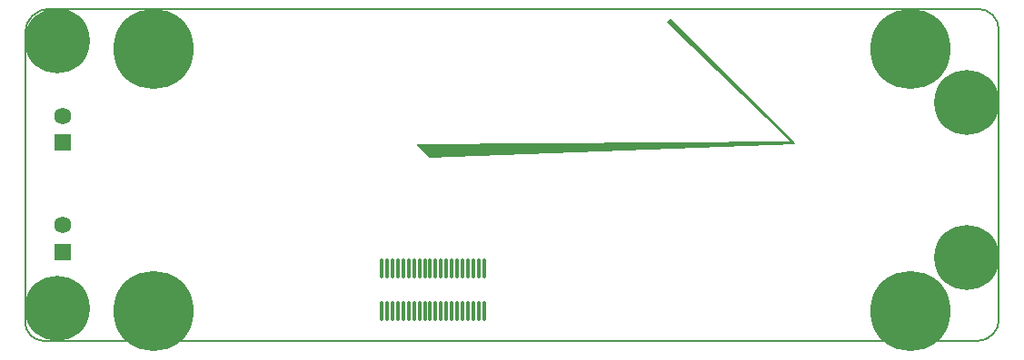
<source format=gts>
G04*
G04 #@! TF.GenerationSoftware,Altium Limited,Altium Designer,23.0.1 (38)*
G04*
G04 Layer_Color=8388736*
%FSLAX25Y25*%
%MOIN*%
G70*
G04*
G04 #@! TF.SameCoordinates,B4ED9068-0949-4354-B78F-C4858C2F04AE*
G04*
G04*
G04 #@! TF.FilePolarity,Negative*
G04*
G01*
G75*
%ADD13C,0.00500*%
G04:AMPARAMS|DCode=15|XSize=73.87mil|YSize=12.84mil|CornerRadius=1.99mil|HoleSize=0mil|Usage=FLASHONLY|Rotation=270.000|XOffset=0mil|YOffset=0mil|HoleType=Round|Shape=RoundedRectangle|*
%AMROUNDEDRECTD15*
21,1,0.07387,0.00886,0,0,270.0*
21,1,0.06988,0.01284,0,0,270.0*
1,1,0.00398,-0.00443,-0.03494*
1,1,0.00398,-0.00443,0.03494*
1,1,0.00398,0.00443,0.03494*
1,1,0.00398,0.00443,-0.03494*
%
%ADD15ROUNDEDRECTD15*%
%ADD16C,0.06237*%
%ADD17R,0.06237X0.06237*%
%ADD18C,0.23922*%
%ADD19C,0.29434*%
G36*
X1179233Y683204D02*
X1179050Y682739D01*
X1044833Y677840D01*
X1040369Y682304D01*
X1040559Y682766D01*
X1177526Y683838D01*
X1132197Y727298D01*
X1132192Y727798D01*
X1133416Y729021D01*
X1179233Y683204D01*
D02*
G37*
D13*
X1253987Y724592D02*
G03*
X1246113Y732466I-7874J0D01*
G01*
Y610419D02*
G03*
X1253987Y618293I0J7874D01*
G01*
X896703Y617309D02*
G03*
X903593Y610419I6890J0D01*
G01*
X905561Y732466D02*
G03*
X896703Y723608I0J-8858D01*
G01*
X1253987Y618293D02*
Y724592D01*
X905561Y732466D02*
X1246113D01*
X903593Y610419D02*
X1246113D01*
X896703Y617309D02*
Y723608D01*
D15*
X1039420Y636994D02*
D03*
X1041388D02*
D03*
X1033514D02*
D03*
Y621246D02*
D03*
X1035483Y636994D02*
D03*
X1045325D02*
D03*
X1047294D02*
D03*
Y621246D02*
D03*
X1049262Y636994D02*
D03*
Y621246D02*
D03*
X1043357Y636994D02*
D03*
X1029577D02*
D03*
X1031546D02*
D03*
X1027609D02*
D03*
Y621246D02*
D03*
X1031546D02*
D03*
X1035483D02*
D03*
X1039420D02*
D03*
X1043357D02*
D03*
X1041388D02*
D03*
X1051231D02*
D03*
X1053199D02*
D03*
X1055168D02*
D03*
X1061073D02*
D03*
X1063042D02*
D03*
X1065010D02*
D03*
X1051231Y636994D02*
D03*
X1053199D02*
D03*
X1055168D02*
D03*
X1029577Y621246D02*
D03*
X1037451D02*
D03*
X1045325D02*
D03*
X1037451Y636994D02*
D03*
X1057136D02*
D03*
X1059105D02*
D03*
X1061073D02*
D03*
X1063042D02*
D03*
X1065010D02*
D03*
X1057136Y621246D02*
D03*
X1059105D02*
D03*
D16*
X910483Y693096D02*
D03*
X910481Y652999D02*
D03*
D17*
X910483Y683253D02*
D03*
X910481Y643156D02*
D03*
D18*
X1242176Y698017D02*
D03*
Y640931D02*
D03*
X908514Y622230D02*
D03*
Y720655D02*
D03*
D19*
X1221506Y621246D02*
D03*
X1221506Y717702D02*
D03*
X943947D02*
D03*
Y621246D02*
D03*
M02*

</source>
